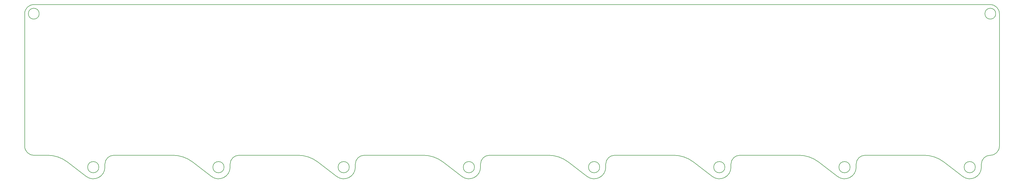
<source format=gbr>
G04 #@! TF.GenerationSoftware,KiCad,Pcbnew,5.0.2-bee76a0~70~ubuntu16.04.1*
G04 #@! TF.CreationDate,2019-11-05T16:08:15-05:00*
G04 #@! TF.ProjectId,DA_Board_2,44415f42-6f61-4726-945f-322e6b696361,rev?*
G04 #@! TF.SameCoordinates,Original*
G04 #@! TF.FileFunction,Profile,NP*
%FSLAX46Y46*%
G04 Gerber Fmt 4.6, Leading zero omitted, Abs format (unit mm)*
G04 Created by KiCad (PCBNEW 5.0.2-bee76a0~70~ubuntu16.04.1) date Tue 05 Nov 2019 04:08:15 PM EST*
%MOMM*%
%LPD*%
G01*
G04 APERTURE LIST*
%ADD10C,0.200000*%
G04 APERTURE END LIST*
D10*
X-22555200Y-91516200D02*
G75*
G02X-19380200Y-88341200I3175000J0D01*
G01*
X314375800Y-88341200D02*
X-19380200Y-88341200D01*
X49126231Y-144016243D02*
G75*
G02X52223274Y-140919200I3097043J0D01*
G01*
X49126232Y-145075766D02*
X49126232Y-144016243D01*
X265458032Y-145075766D02*
G75*
G03X265458032Y-145075766I-1955800J0D01*
G01*
X309146032Y-145075766D02*
G75*
G03X309146032Y-145075766I-1955800J0D01*
G01*
X-19380200Y-140919200D02*
X-14554200Y-140919200D01*
X136502232Y-145075766D02*
G75*
G02X129965100Y-148300625I-4064000J0D01*
G01*
X123379400Y-143250077D02*
X129965100Y-148300625D01*
X226975274Y-140919200D02*
X247573800Y-140919200D01*
X311254232Y-145075766D02*
G75*
G02X304717100Y-148300625I-4064000J0D01*
G01*
X298131400Y-143250077D02*
X304717100Y-148300625D01*
X29133800Y-140919201D02*
G75*
G02X36003400Y-143250077I0J-11288542D01*
G01*
X92814232Y-145075766D02*
G75*
G02X86277100Y-148300625I-4064000J0D01*
G01*
X79691400Y-143250077D02*
X86277100Y-148300625D01*
X180190232Y-145075766D02*
G75*
G02X173653100Y-148300625I-4064000J0D01*
G01*
X167067400Y-143250077D02*
X173653100Y-148300625D01*
X-19380200Y-140919200D02*
G75*
G02X-22555200Y-137744200I0J3175000D01*
G01*
X-22555200Y-137744200D02*
X-22555200Y-91516200D01*
X203885800Y-140919201D02*
G75*
G02X210755400Y-143250077I0J-11288542D01*
G01*
X178082032Y-145075766D02*
G75*
G03X178082032Y-145075766I-1955800J0D01*
G01*
X221770032Y-145075766D02*
G75*
G03X221770032Y-145075766I-1955800J0D01*
G01*
X8535274Y-140919200D02*
X29133800Y-140919200D01*
X139599274Y-140919200D02*
X160197800Y-140919200D01*
X317550800Y-137744200D02*
G75*
G02X314375800Y-140919200I-3175000J0D01*
G01*
X314351274Y-140919200D02*
X314375800Y-140919200D01*
X223878232Y-145075766D02*
X223878232Y-144016243D01*
X223878232Y-145075766D02*
G75*
G02X217341100Y-148300625I-4064000J0D01*
G01*
X210755400Y-143250077D02*
X217341100Y-148300625D01*
X95911274Y-140919200D02*
X116509800Y-140919200D01*
X5438232Y-145075766D02*
G75*
G02X-1098900Y-148300625I-4064000J0D01*
G01*
X-7684600Y-143250077D02*
X-1098900Y-148300625D01*
X136502231Y-144016243D02*
G75*
G02X139599274Y-140919200I3097043J0D01*
G01*
X136502232Y-145075766D02*
X136502232Y-144016243D01*
X291261800Y-140919201D02*
G75*
G02X298131400Y-143250077I0J-11288542D01*
G01*
X267566232Y-145075766D02*
G75*
G02X261029100Y-148300625I-4064000J0D01*
G01*
X254443400Y-143250077D02*
X261029100Y-148300625D01*
X223878231Y-144016243D02*
G75*
G02X226975274Y-140919200I3097043J0D01*
G01*
X270663274Y-140919200D02*
X291261800Y-140919200D01*
X311254231Y-144016243D02*
G75*
G02X314351274Y-140919200I3097043J0D01*
G01*
X311254232Y-145075766D02*
X311254232Y-144016243D01*
X92814231Y-144016243D02*
G75*
G02X95911274Y-140919200I3097043J0D01*
G01*
X92814232Y-145075766D02*
X92814232Y-144016243D01*
X247573800Y-140919201D02*
G75*
G02X254443400Y-143250077I0J-11288542D01*
G01*
X267566231Y-144016243D02*
G75*
G02X270663274Y-140919200I3097043J0D01*
G01*
X267566232Y-145075766D02*
X267566232Y-144016243D01*
X116509800Y-140919201D02*
G75*
G02X123379400Y-143250077I0J-11288542D01*
G01*
X183287274Y-140919200D02*
X203885800Y-140919200D01*
X160197800Y-140919201D02*
G75*
G02X167067400Y-143250077I0J-11288542D01*
G01*
X90706032Y-145075766D02*
G75*
G03X90706032Y-145075766I-1955800J0D01*
G01*
X134394032Y-145075766D02*
G75*
G03X134394032Y-145075766I-1955800J0D01*
G01*
X180190231Y-144016243D02*
G75*
G02X183287274Y-140919200I3097043J0D01*
G01*
X180190232Y-145075766D02*
X180190232Y-144016243D01*
X314375800Y-88341200D02*
G75*
G02X317550800Y-91516200I0J-3175000D01*
G01*
X317550800Y-137744200D02*
X317550800Y-91516200D01*
X3330032Y-145075766D02*
G75*
G03X3330032Y-145075766I-1955800J0D01*
G01*
X47018032Y-145075766D02*
G75*
G03X47018032Y-145075766I-1955800J0D01*
G01*
X72821800Y-140919201D02*
G75*
G02X79691400Y-143250077I0J-11288542D01*
G01*
X52223274Y-140919200D02*
X72821800Y-140919200D01*
X5438231Y-144016243D02*
G75*
G02X8535274Y-140919200I3097043J0D01*
G01*
X5438232Y-145075766D02*
X5438232Y-144016243D01*
X49126232Y-145075766D02*
G75*
G02X42589100Y-148300625I-4064000J0D01*
G01*
X36003400Y-143250077D02*
X42589100Y-148300625D01*
X-14554200Y-140919201D02*
G75*
G02X-7684600Y-143250077I0J-11288542D01*
G01*
X-17487900Y-91516200D02*
G75*
G03X-17487900Y-91516200I-1892300J0D01*
G01*
X316268100Y-91516200D02*
G75*
G03X316268100Y-91516200I-1892300J0D01*
G01*
M02*

</source>
